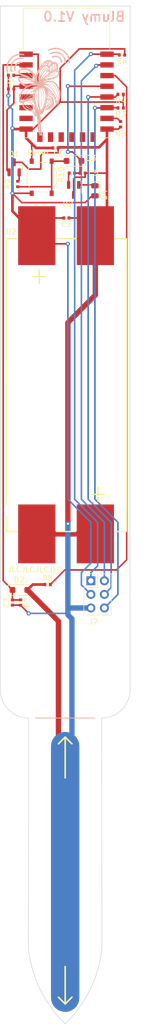
<source format=kicad_pcb>
(kicad_pcb (version 20221018) (generator pcbnew)
  (layers (0 "F.Cu" signal) (31 "B.Cu" signal) (34 "B.Paste" user) (35 "F.Paste" user) (36 "B.SilkS" user "B.Silkscreen") (37 "F.SilkS" user "F.Silkscreen") (38 "B.Mask" user) (39 "F.Mask" user) (44 "Edge.Cuts" user))
  (net 0 "")
  (net 1 "Net-(U1-EN)")
  (net 5 "+3.3V")
  (net 12 "GND")
  (net 13 "/SensorCapV")
  (net 14 "Net-(D3-A)")
  (net 15 "Net-(D4-K)")
  (net 16 "Net-(Q1-B)")
  (net 17 "Net-(Q2-B)")
  (net 18 "/GPIO0")
  (net 19 "/TX")
  (net 20 "/GPIO2")
  (net 21 "/RX")
  (net 22 "/AD0")
  (net 23 "/GPIO4")
  (net 24 "/RST")
  (net 25 "/GPIO15")
  (net 26 "/GPIO5")
  (net 27 "Net-(U2-+-Pad3)")
  (footprint "CustomFootprints:SW_Push_1P1T_XKB_TS-1187A" (layer "F.Cu") (at 136.681 40.212 90)
    (fp_text reference "SW1" hide)
    (fp_text value "Reset")
    (pad "1" smd rect (at -3 -1.875 90) (size 1 0.75) (layers "F.Cu" "F.Paste" "F.Mask") (net 5 "+3.3V"))
    (pad "1" smd rect (at 3 -1.875 90) (size 1 0.75) (layers "F.Cu" "F.Paste" "F.Mask") (net 5 "+3.3V"))
    (pad "2" smd rect (at -3 1.875 90) (size 1 0.75) (layers "F.Cu" "F.Paste" "F.Mask") (net 14 "Net-(D3-A)"))
    (pad "2" smd rect (at 3 1.875 90) (size 1 0.75) (layers "F.Cu" "F.Paste" "F.Mask") (net 14 "Net-(D3-A)"))
  )
  (footprint "LED_SMD:LED_0805_2012Metric" (layer "F.Cu") (at 146.684 42.752 -90)
    (fp_text reference "D4" (at 0.762 -1.778 -90) (layer "F.SilkS"))
    (fp_text value "GREEN")
    (pad "1" smd roundrect (at -0.9375 0 270) (size 0.975 1.4) (layers "F.Cu" "F.Paste" "F.Mask") (net 15 "Net-(D4-K)"))
    (pad "2" smd roundrect (at 0.9375 0 270) (size 0.975 1.4) (layers "F.Cu" "F.Paste" "F.Mask") (net 5 "+3.3V"))
  )
  (footprint "Capacitor_SMD:C_0402_1005Metric" (layer "F.Cu") (at 139.27 34.744 180)
    (fp_text reference "C1" (at -0.556 -1.15) (layer "F.SilkS"))
    (fp_text value "100nF")
    (pad "1" smd roundrect (at -0.48 0 180) (size 0.56 0.62) (layers "F.Cu" "F.Paste" "F.Mask") (net 12 "GND"))
    (pad "2" smd roundrect (at 0.48 0 180) (size 0.56 0.62) (layers "F.Cu" "F.Paste" "F.Mask") (net 5 "+3.3V"))
  )
  (footprint "Resistor_SMD:R_0402_1005Metric" (layer "F.Cu") (at 132.714 119.716 90)
    (fp_text reference "R7" (at 0 1.27 90) (layer "F.SilkS"))
    (fp_text value "1M")
    (pad "1" smd roundrect (at -0.51 0 90) (size 0.54 0.64) (layers "F.Cu" "F.Paste" "F.Mask") (net 12 "GND"))
    (pad "2" smd roundrect (at 0.51 0 90) (size 0.54 0.64) (layers "F.Cu" "F.Paste" "F.Mask") (net 22 "/AD0"))
  )
  (footprint "Resistor_SMD:R_0402_1005Metric" (layer "F.Cu") (at 132.206 41.484 90)
    (fp_text reference "R9" (at 0 -1.8535 90) (layer "F.SilkS"))
    (fp_text value "5.1k")
    (pad "1" smd roundrect (at -0.51 0 90) (size 0.54 0.64) (layers "F.Cu" "F.Paste" "F.Mask") (net 14 "Net-(D3-A)"))
    (pad "2" smd roundrect (at 0.51 0 90) (size 0.54 0.64) (layers "F.Cu" "F.Paste" "F.Mask") (net 16 "Net-(Q1-B)"))
  )
  (footprint "Connector_PinHeader_2.54mm:PinHeader_2x03_P2.54mm_Vertical" (layer "F.Cu") (at 145.922 115.65)
    (fp_text reference "J2" (at 0.508 7.62) (layer "F.SilkS"))
    (fp_text value "Programmer")
    (pad "1" thru_hole rect (at 0 0) (size 1.7 1.7) (drill 1) (layers "*.Cu" "*.Mask") (net 19 "/TX"))
    (pad "2" thru_hole oval (at 2.54 0) (size 1.7 1.7) (drill 1) (layers "*.Cu" "*.Mask") (net 21 "/RX"))
    (pad "3" thru_hole oval (at 0 2.54) (size 1.7 1.7) (drill 1) (layers "*.Cu" "*.Mask") (net 5 "+3.3V"))
    (pad "4" thru_hole oval (at 2.54 2.54) (size 1.7 1.7) (drill 1) (layers "*.Cu" "*.Mask") (net 18 "/GPIO0"))
    (pad "5" thru_hole oval (at 0 5.08) (size 1.7 1.7) (drill 1) (layers "*.Cu" "*.Mask") (net 12 "GND"))
    (pad "6" thru_hole oval (at 2.54 5.08) (size 1.7 1.7) (drill 1) (layers "*.Cu" "*.Mask") (net 20 "/GPIO2"))
  )
  (footprint "Diode_SMD:D_SOD-123F" (layer "F.Cu") (at 132.59 117.363032)
    (fp_text reference "D2" (at -0.127 -1.905) (layer "F.SilkS"))
    (fp_text value "~")
    (pad "1" smd roundrect (at -1.4 0) (size 1.1 1.1) (layers "F.Cu" "F.Paste" "F.Mask") (roundrect_rratio 0.2272727273) (net 22 "/AD0"))
    (pad "2" smd roundrect (at 1.4 0) (size 1.1 1.1) (layers "F.Cu" "F.Paste" "F.Mask") (roundrect_rratio 0.2272727273) (net 13 "/SensorCapV"))
  )
  (footprint "CustomFootprints:BAT-SMD_BH-AAA-B5AA001" (layer "F.Cu") (at 141.262 79.009032 90)
    (fp_text reference "U2" (at 28.637032 -10.326 180) (layer "F.SilkS"))
    (fp_text value "BH-AAA-B5AK001")
    (pad "" np_thru_hole circle (at -23.450089 -10.450013 90) (size 1.900025 1.900025) (drill 1.900025) (layers "*.Cu" "*.Mask"))
    (pad "1" smd rect (at 27.875032 -5.5 90) (size 11.000025 7.000025) (layers "F.Cu" "F.Paste" "F.Mask") (net 5 "+3.3V"))
    (pad "2" smd rect (at -27.875032 -5.5 90) (size 11.000025 7.000025) (layers "F.Cu" "F.Paste" "F.Mask") (net 27 "Net-(U2-+-Pad3)"))
    (pad "3" smd rect (at -27.875032 5.5 90) (size 11.000025 7.000025) (layers "F.Cu" "F.Paste" "F.Mask") (net 27 "Net-(U2-+-Pad3)"))
    (pad "4" smd rect (at 27.875032 5.5 90) (size 11.000025 7.000025) (layers "F.Cu" "F.Paste" "F.Mask") (net 12 "GND"))
  )
  (footprint "Resistor_SMD:R_0402_1005Metric" (layer "F.Cu") (at 151.488 30.306 -90)
    (fp_text reference "R5" (at 1.778 -0.022 -180) (layer "F.SilkS"))
    (fp_text value "10k")
    (pad "1" smd roundrect (at -0.51 0 270) (size 0.54 0.64) (layers "F.Cu" "F.Paste" "F.Mask") (net 25 "/GPIO15"))
    (pad "2" smd roundrect (at 0.51 0 270) (size 0.54 0.64) (layers "F.Cu" "F.Paste" "F.Mask") (net 12 "GND"))
  )
  (footprint "Capacitor_SMD:C_0402_1005Metric" (layer "F.Cu") (at 131.19 119.714 90)
    (fp_text reference "C3" (at -0.054 -1.067032 90) (layer "F.SilkS"))
    (fp_text value "1uF")
    (pad "1" smd roundrect (at -0.48 0 90) (size 0.56 0.62) (layers "F.Cu" "F.Paste" "F.Mask") (net 12 "GND"))
    (pad "2" smd roundrect (at 0.48 0 90) (size 0.56 0.62) (layers "F.Cu" "F.Paste" "F.Mask") (net 22 "/AD0"))
  )
  (footprint "RF_Module:ESP-12E" (layer "F.Cu") (at 141.35 20.712)
    (fp_text reference "U1" hide)
    (fp_text value "ESP-12F")
    (pad "1" smd rect (at -7.6 -3.5) (size 2.5 1) (layers "F.Cu" "F.Paste" "F.Mask") (net 24 "/RST"))
    (pad "2" smd rect (at -7.6 -1.5) (size 2.5 1) (layers "F.Cu" "F.Paste" "F.Mask") (net 22 "/AD0"))
    (pad "3" smd rect (at -7.6 0.5) (size 2.5 1) (layers "F.Cu" "F.Paste" "F.Mask") (net 1 "Net-(U1-EN)"))
    (pad "4" smd rect (at -7.6 2.5) (size 2.5 1) (layers "F.Cu" "F.Paste" "F.Mask") (net 24 "/RST"))
    (pad "5" smd rect (at -7.6 4.5) (size 2.5 1) (layers "F.Cu" "F.Paste" "F.Mask"))
    (pad "6" smd rect (at -7.6 6.5) (size 2.5 1) (layers "F.Cu" "F.Paste" "F.Mask"))
    (pad "7" smd rect (at -7.6 8.5) (size 2.5 1) (layers "F.Cu" "F.Paste" "F.Mask"))
    (pad "8" smd rect (at -7.6 10.5) (size 2.5 1) (layers "F.Cu" "F.Paste" "F.Mask") (net 5 "+3.3V"))
    (pad "9" smd rect (at -5 12) (size 1 1.8) (layers "F.Cu" "F.Paste" "F.Mask"))
    (pad "10" smd rect (at -3 12) (size 1 1.8) (layers "F.Cu" "F.Paste" "F.Mask"))
    (pad "11" smd rect (at -1 12) (size 1 1.8) (layers "F.Cu" "F.Paste" "F.Mask"))
    (pad "12" smd rect (at 1 12) (size 1 1.8) (layers "F.Cu" "F.Paste" "F.Mask"))
    (pad "13" smd rect (at 3 12) (size 1 1.8) (layers "F.Cu" "F.Paste" "F.Mask"))
    (pad "14" smd rect (at 5 12) (size 1 1.8) (layers "F.Cu" "F.Paste" "F.Mask"))
    (pad "15" smd rect (at 7.6 10.5) (size 2.5 1) (layers "F.Cu" "F.Paste" "F.Mask") (net 12 "GND"))
    (pad "16" smd rect (at 7.6 8.5) (size 2.5 1) (layers "F.Cu" "F.Paste" "F.Mask") (net 25 "/GPIO15"))
    (pad "17" smd rect (at 7.6 6.5) (size 2.5 1) (layers "F.Cu" "F.Paste" "F.Mask") (net 20 "/GPIO2"))
    (pad "18" smd rect (at 7.6 4.5) (size 2.5 1) (layers "F.Cu" "F.Paste" "F.Mask") (net 18 "/GPIO0"))
    (pad "19" smd rect (at 7.6 2.5) (size 2.5 1) (layers "F.Cu" "F.Paste" "F.Mask") (net 23 "/GPIO4"))
    (pad "20" smd rect (at 7.6 0.5) (size 2.5 1) (layers "F.Cu" "F.Paste" "F.Mask") (net 26 "/GPIO5"))
    (pad "21" smd rect (at 7.6 -1.5) (size 2.5 1) (layers "F.Cu" "F.Paste" "F.Mask") (net 21 "/RX"))
    (pad "22" smd rect (at 7.6 -3.5) (size 2.5 1) (layers "F.Cu" "F.Paste" "F.Mask") (net 19 "/TX"))
    (zone (net 0) (net_name "") (layers "*.Cu") (connect_pads (clearance 0)) (min_thickness 0.254)
      (keepout (tracks not_allowed) (vias not_allowed) (pads not_allowed) (copperpour not_allowed) (footprints not_allowed))
      (fill (thermal_gap 0.508) (thermal_bridge_width 0.508))
      (polygon (pts (xy 133.23 15.912) (xy 149.47 15.912) (xy 149.47 8.592) (xy 133.23 8.592)))
    )
  )
  (footprint "Resistor_SMD:R_0402_1005Metric" (layer "F.Cu") (at 130.934 21.162)
    (fp_text reference "R2" (at 0 -1.17) (layer "F.SilkS"))
    (fp_text value "10k")
    (pad "1" smd roundrect (at -0.51 0) (size 0.54 0.64) (layers "F.Cu" "F.Paste" "F.Mask") (net 5 "+3.3V"))
    (pad "2" smd roundrect (at 0.51 0) (size 0.54 0.64) (layers "F.Cu" "F.Paste" "F.Mask") (net 1 "Net-(U1-EN)"))
  )
  (footprint "Diode_SMD:D_SOD-123F" (layer "F.Cu") (at 142.75 37.164 180)
    (fp_text reference "D3" (at -3.172 0.508) (layer "F.SilkS"))
    (fp_text value "~")
    (pad "1" smd roundrect (at -1.4 0 180) (size 1.1 1.1) (layers "F.Cu" "F.Paste" "F.Mask") (roundrect_rratio 0.2272727273) (net 23 "/GPIO4"))
    (pad "2" smd roundrect (at 1.4 0 180) (size 1.1 1.1) (layers "F.Cu" "F.Paste" "F.Mask") (roundrect_rratio 0.2272727273) (net 14 "Net-(D3-A)"))
  )
  (footprint "Package_TO_SOT_SMD:SOT-23" (layer "F.Cu") (at 142.686 42.5765 -90)
    (fp_text reference "Q2" (at 2.7155 1.082 -180) (layer "F.SilkS"))
    (fp_text value "NPN")
    (pad "1" smd roundrect (at -0.9375 -0.95 270) (size 1.475 0.6) (layers "F.Cu" "F.Paste" "F.Mask") (net 15 "Net-(D4-K)"))
    (pad "2" smd roundrect (at -0.9375 0.95 270) (size 1.475 0.6) (layers "F.Cu" "F.Paste" "F.Mask") (net 17 "Net-(Q2-B)"))
    (pad "3" smd roundrect (at 0.9375 0 270) (size 1.475 0.6) (layers "F.Cu" "F.Paste" "F.Mask") (net 12 "GND"))
  )
  (footprint "Resistor_SMD:R_0402_1005Metric" (layer "F.Cu") (at 151.762 17.352 180)
    (fp_text reference "R6" (at 0 -1.17) (layer "F.SilkS"))
    (fp_text value "10k")
    (pad "1" smd roundrect (at -0.51 0 180) (size 0.54 0.64) (layers "F.Cu" "F.Paste" "F.Mask") (net 5 "+3.3V"))
    (pad "2" smd roundrect (at 0.51 0 180) (size 0.54 0.64) (layers "F.Cu" "F.Paste" "F.Mask") (net 19 "/TX"))
  )
  (footprint "Resistor_SMD:R_0402_1005Metric" (layer "F.Cu") (at 142.364 39.45 180)
    (fp_text reference "R10" (at 2.03 -0.254 90) (layer "F.SilkS"))
    (fp_text value "100k")
    (pad "1" smd roundrect (at -0.51 0 180) (size 0.54 0.64) (layers "F.Cu" "F.Paste" "F.Mask") (net 23 "/GPIO4"))
    (pad "2" smd roundrect (at 0.51 0 180) (size 0.54 0.64) (layers "F.Cu" "F.Paste" "F.Mask") (net 17 "Net-(Q2-B)"))
  )
  (footprint "Package_TO_SOT_SMD:SOT-23" (layer "F.Cu") (at 131.51 38.3555 90)
    (fp_text reference "Q1" (at 2.4615 -0.066 180) (layer "F.SilkS"))
    (fp_text value "NPN")
    (pad "1" smd roundrect (at -0.9375 -0.95 90) (size 1.475 0.6) (layers "F.Cu" "F.Paste" "F.Mask") (net 24 "/RST"))
    (pad "2" smd roundrect (at -0.9375 0.95 90) (size 1.475 0.6) (layers "F.Cu" "F.Paste" "F.Mask") (net 16 "Net-(Q1-B)"))
    (pad "3" smd roundrect (at 0.9375 0 90) (size 1.475 0.6) (layers "F.Cu" "F.Paste" "F.Mask") (net 12 "GND"))
  )
  (footprint "Resistor_SMD:R_0402_1005Metric" (layer "F.Cu") (at 151.508 24.718 180)
    (fp_text reference "R4" (at 0 -1.17) (layer "F.SilkS"))
    (fp_text value "10k")
    (pad "1" smd roundrect (at -0.51 0 180) (size 0.54 0.64) (layers "F.Cu" "F.Paste" "F.Mask") (net 5 "+3.3V"))
    (pad "2" smd roundrect (at 0.51 0 180) (size 0.54 0.64) (layers "F.Cu" "F.Paste" "F.Mask") (net 18 "/GPIO0"))
  )
  (footprint "Resistor_SMD:R_0402_1005Metric" (layer "F.Cu") (at 137.794 116.347032)
    (fp_text reference "R8" (at 0 -1.17) (layer "F.SilkS"))
    (fp_text value "10k")
    (pad "1" smd roundrect (at -0.51 0) (size 0.54 0.64) (layers "F.Cu" "F.Paste" "F.Mask") (net 13 "/SensorCapV"))
    (pad "2" smd roundrect (at 0.51 0) (size 0.54 0.64) (layers "F.Cu" "F.Paste" "F.Mask") (net 26 "/GPIO5"))
  )
  (footprint "Capacitor_SMD:C_0402_1005Metric" (layer "F.Cu") (at 144.37 39.45)
    (fp_text reference "C5" (at 2.06 0) (layer "F.SilkS"))
    (fp_text value "10uF")
    (pad "1" smd roundrect (at -0.48 0) (size 0.56 0.62) (layers "F.Cu" "F.Paste" "F.Mask") (net 23 "/GPIO4"))
    (pad "2" smd roundrect (at 0.48 0) (size 0.56 0.62) (layers "F.Cu" "F.Paste" "F.Mask") (net 12 "GND"))
  )
  (footprint "Resistor_SMD:R_0402_1005Metric" (layer "F.Cu") (at 151.512 27.258 180)
    (fp_text reference "R3" (at 0 -1.17) (layer "F.SilkS"))
    (fp_text value "10k")
    (pad "1" smd roundrect (at -0.51 0 180) (size 0.54 0.64) (layers "F.Cu" "F.Paste" "F.Mask") (net 5 "+3.3V"))
    (pad "2" smd roundrect (at 0.51 0 180) (size 0.54 0.64) (layers "F.Cu" "F.Paste" "F.Mask") (net 20 "/GPIO2"))
  )
  (footprint "Resistor_SMD:R_0402_1005Metric" (layer "F.Cu") (at 130.95 23.702)
    (fp_text reference "R1" (at 0 -1.17) (layer "F.SilkS"))
    (fp_text value "10k")
    (pad "1" smd roundrect (at -0.51 0) (size 0.54 0.64) (layers "F.Cu" "F.Paste" "F.Mask") (net 5 "+3.3V"))
    (pad "2" smd roundrect (at 0.51 0) (size 0.54 0.64) (layers "F.Cu" "F.Paste" "F.Mask") (net 24 "/RST"))
  )
  (footprint "Capacitor_SMD:C_0402_1005Metric" (layer "F.Cu") (at 141.322 47.832 180)
    (fp_text reference "C2" (at 0 -1.16) (layer "F.SilkS"))
    (fp_text value "10uF")
    (pad "1" smd roundrect (at -0.48 0 180) (size 0.56 0.62) (layers "F.Cu" "F.Paste" "F.Mask") (net 12 "GND"))
    (pad "2" smd roundrect (at 0.48 0 180) (size 0.56 0.62) (layers "F.Cu" "F.Paste" "F.Mask") (net 5 "+3.3V"))
  )
  (footprint "LOGO" (layer "B.Cu") (at 136.016 24.21 180)
    (fp_text reference "G***" hide)
    (fp_text value "LOGO" hide)
  )
  (gr_line (start 135.508 141.304) (end 146.684 141.304) (stroke (width 0.15)) (layer "B.SilkS"))
  (gr_line (start 135.508 141.304) (end 146.684 141.304) (stroke (width 0.15)) (layer "F.SilkS"))
  (gr_line (start 141.096 187.77) (end 141.096 194.755) (stroke (width 0.3048)) (layer "F.SilkS"))
  (gr_line (start 141.096 152.48) (end 141.096 144.86) (stroke (width 0.3048)) (layer "F.SilkS"))
  (gr_line (start 141.096 144.86) (end 139.826 146.13) (stroke (width 0.3048)) (layer "F.SilkS"))
  (gr_line (start 141.096 194.755) (end 139.826 193.485) (stroke (width 0.3048)) (layer "F.SilkS"))
  (gr_line (start 141.096 144.86) (end 142.366 146.13) (stroke (width 0.3048)) (layer "F.SilkS"))
  (gr_line (start 141.096 194.755) (end 142.366 193.485) (stroke (width 0.3048)) (layer "F.SilkS"))
  (gr_line (start 128.904 8.208) (end 128.904 135.97) (stroke (width 0.1)) (layer "Edge.Cuts"))
  (gr_arc (start 141.096 198.454) (mid 136.400677 192.013141) (end 134.19142 184.354819) (stroke (width 0.1)) (layer "Edge.Cuts"))
  (gr_line (start 153.288 8.208) (end 153.288 135.97) (stroke (width 0.1)) (layer "Edge.Cuts"))
  (gr_arc (start 134.238 141.304) (mid 130.466292 139.741708) (end 128.904 135.97) (stroke (width 0.1)) (layer "Edge.Cuts"))
  (gr_arc (start 148.00058 184.354819) (mid 145.791324 192.013142) (end 141.096 198.454) (stroke (width 0.1)) (layer "Edge.Cuts"))
  (gr_arc (start 153.288 135.97) (mid 151.725708 139.741708) (end 147.954 141.304) (stroke (width 0.1)) (layer "Edge.Cuts"))
  (gr_line (start 153.288 8.208) (end 128.904 8.208) (stroke (width 0.1)) (layer "Edge.Cuts"))
  (gr_line (start 134.19142 184.354819) (end 134.238 141.304) (stroke (width 0.1)) (layer "Edge.Cuts"))
  (gr_line (start 148.00058 184.354819) (end 147.954 141.304) (stroke (width 0.1)) (layer "Edge.Cuts"))
  (gr_text "Blumy V1.0" (at 152.526 11.256) (layer "B.SilkS") (effects (font (size 1.8 1.8) (thickness 0.3) bold) (justify left bottom mirror)))
  (gr_text "Reset" (at 136.016 35.64) (layer "F.SilkS") (effects (font (size 1 1))))
  (gr_text "JLCJLCJLCJLC" (at 130.174 114.126) (layer "F.SilkS") (effects (font (size 1 1)) (justify left bottom)))
  (segment (start 131.444 21.162) (end 133.7 21.162) (width 0.3) (layer "F.Cu") (net 1))
  (segment (start 133.7 21.162) (end 133.75 21.212) (width 0.3) (layer "F.Cu") (net 1))
  (segment (start 140.842 47.832) (end 139.064 47.832) (width 0.3) (layer "F.Cu") (net 5))
  (segment (start 131.19 31.068) (end 131.334 31.212) (width 0.5) (layer "F.Cu") (net 5))
  (segment (start 133.75 32.866) (end 133.75 31.212) (width 0.5) (layer "F.Cu") (net 5))
  (segment (start 140.162 26.16) (end 140.162 19.81) (width 0.3) (layer "F.Cu") (net 5))
  (segment (start 131.19 43.212) (end 134.806 43.212) (width 0.3) (layer "F.Cu") (net 5))
  (segment (start 131.334 31.212) (end 133.75 31.212) (width 0.5) (layer "F.Cu") (net 5))
  (segment (start 152.02 26.16) (end 140.162 26.16) (width 0.3) (layer "F.Cu") (net 5))
  (segment (start 143.752 16.22) (end 152.272 16.22) (width 0.3) (layer "F.Cu") (net 5))
  (segment (start 146.684 43.6895) (end 146.1275 43.6895) (width 0.3) (layer "F.Cu") (net 5))
  (segment (start 140.162 26.16) (end 135.11 31.212) (width 0.3) (layer "F.Cu") (net 5))
  (segment (start 130.428 24.972) (end 130.44 24.96) (width 0.3) (layer "F.Cu") (net 5))
  (segment (start 134.806 37.212) (end 134.806 33.922) (width 0.3) (layer "F.Cu") (net 5))
  (segment (start 132.9305 44.9525) (end 131.19 43.212) (width 0.3) (layer "F.Cu") (net 5))
  (segment (start 131.19 43.212) (end 131.19 46.562) (width 0.5) (layer "F.Cu") (net 5))
  (segment (start 135.628 34.744) (end 134.746 33.862) (width 0.5) (layer "F.Cu") (net 5))
  (segment (start 130.44 21.178) (end 130.424 21.162) (width 0.3) (layer "F.Cu") (net 5))
  (segment (start 134.746 33.862) (end 133.75 32.866) (width 0.5) (layer "F.Cu") (net 5))
  (segment (start 152.272 16.22) (end 152.272 17.352) (width 0.3) (layer "F.Cu") (net 5))
  (segment (start 135.11 31.212) (end 133.75 31.212) (width 0.3) (layer "F.Cu") (net 5))
  (segment (start 137.286 52.658) (end 135.762 51.134) (width 0.3) (layer "F.Cu") (net 5))
  (segment (start 139.064 47.832) (end 135.762 51.134) (width 0.3) (layer "F.Cu") (net 5))
  (segment (start 146.1275 43.6895) (end 144.8645 44.9525) (width 0.3) (layer "F.Cu") (net 5))
  (segment (start 140.162 19.81) (end 143.752 16.22) (width 0.3) (layer "F.Cu") (net 5))
  (segment (start 131.19 46.562) (end 135.762 51.134) (width 0.5) (layer "F.Cu") (net 5))
  (segment (start 130.44 24.96) (end 130.44 21.178) (width 0.3) (layer "F.Cu") (net 5))
  (segment (start 152.02 26.16) (end 152.02 27.256) (width 0.3) (layer "F.Cu") (net 5))
  (segment (start 152.018 24.718) (end 152.018 26.158) (width 0.3) (layer "F.Cu") (net 5))
  (segment (start 141.604 52.658) (end 137.286 52.658) (width 0.3) (layer "F.Cu") (net 5))
  (segment (start 144.8645 44.9525) (end 132.9305 44.9525) (width 0.3) (layer "F.Cu") (net 5))
  (segment (start 134.806 33.922) (end 134.746 33.862) (width 0.3) (layer "F.Cu") (net 5))
  (segment (start 138.79 34.744) (end 135.628 34.744) (width 0.5) (layer "F.Cu") (net 5))
  (via (at 141.604 52.658) (size 0.8) (drill 0.4) (layers "F.Cu" "B.Cu") (net 5))
  (via (at 131.19 31.068) (size 0.8) (drill 0.4) (layers "F.Cu" "B.Cu") (net 5))
  (via (at 130.428 24.972) (size 0.8) (drill 0.4) (layers "F.Cu" "B.Cu") (net 5))
  (via (at 131.19 43.212) (size 0.8) (drill 0.4) (layers "F.Cu" "B.Cu") (net 5))
  (segment (start 141.604 52.658) (end 141.604 100.41) (width 0.3) (layer "B.Cu") (net 5))
  (segment (start 144.144 116.412) (end 145.922 118.19) (width 0.3) (layer "B.Cu") (net 5))
  (segment (start 144.144 114.126) (end 144.144 116.412) (width 0.3) (layer "B.Cu") (net 5))
  (segment (start 145.922 104.728) (end 145.922 112.348) (width 0.3) (layer "B.Cu") (net 5))
  (segment (start 141.604 100.41) (end 145.922 104.728) (width 0.3) (layer "B.Cu") (net 5))
  (segment (start 130.428 26.75) (end 131.19 27.512) (width 0.3) (layer "B.Cu") (net 5))
  (segment (start 131.19 31.068) (end 131.19 43.212) (width 0.5) (layer "B.Cu") (net 5))
  (segment (start 131.19 27.512) (end 131.19 31.068) (width 0.3) (layer "B.Cu") (net 5))
  (segment (start 130.428 24.972) (end 130.428 26.75) (width 0.3) (layer "B.Cu") (net 5))
  (segment (start 145.922 112.348) (end 144.144 114.126) (width 0.3) (layer "B.Cu") (net 5))
  (segment (start 134.238 121.746) (end 132.718 120.226) (width 0.3) (layer "F.Cu") (net 12))
  (segment (start 146.762 62.232) (end 146.762 51.134) (width 1) (layer "F.Cu") (net 12))
  (segment (start 141.604 67.39) (end 146.762 62.232) (width 1) (layer "F.Cu") (net 12))
  (segment (start 139.75 34.744) (end 139.87 34.624) (width 0.5) (layer "F.Cu") (net 12))
  (segment (start 148.95 33.12) (end 148.95 31.212) (width 0.5) (layer "F.Cu") (net 12))
  (segment (start 141.604 104.982) (end 141.604 67.39) (width 1) (layer "F.Cu") (net 12))
  (segment (start 132.968 37.418) (end 134.238 38.688) (width 0.3) (layer "F.Cu") (net 12))
  (segment (start 146.762 51.134) (end 148.95 48.946) (width 0.5) (layer "F.Cu") (net 12))
  (segment (start 136.524 38.688) (end 136.524 36.148) (width 0.3) (layer "F.Cu") (net 12))
  (segment (start 141.802 47.832) (end 143.46 47.832) (width 0.3) (layer "F.Cu") (net 12))
  (segment (start 151.488 30.816) (end 151.488 30.836) (width 0.3) (layer "F.Cu") (net 12))
  (segment (start 139.75 35.64) (end 139.75 34.744) (width 0.3) (layer "F.Cu") (net 12))
  (segment (start 143.036 40.212) (end 144.85 40.212) (width 0.3) (layer "F.Cu") (net 12))
  (segment (start 147.446 34.624) (end 148.95 33.12) (width 0.5) (layer "F.Cu") (net 12))
  (segment (start 137.032 35.64) (end 139.75 35.64) (width 0.3) (layer "F.Cu") (net 12))
  (segment (start 131.51 37.418) (end 132.968 37.418) (width 0.3) (layer "F.Cu") (net 12))
  (segment (start 151.112 31.212) (end 148.95 31.212) (width 0.3) (layer "F.Cu") (net 12))
  (segment (start 142.686 43.865) (end 142.686 40.562) (width 0.3) (layer "F.Cu") (net 12))
  (segment (start 144.85 40.212) (end 144.85 39.45) (width 0.3) (layer "F.Cu") (net 12))
  (segment (start 132.682 120.194) (end 132.714 120.226) (width 0.3) (layer "F.Cu") (net 12))
  (segment (start 142.686 40.562) (end 143.036 40.212) (width 0.3) (layer "F.Cu") (net 12))
  (segment (start 151.488 30.836) (end 151.112 31.212) (width 0.3) (layer "F.Cu") (net 12))
  (segment (start 143.46 47.832) (end 146.762 51.134) (width 0.3) (layer "F.Cu") (net 12))
  (segment (start 134.238 38.688) (end 136.524 38.688) (width 0.3) (layer "F.Cu") (net 12))
  (segment (start 139.87 34.624) (end 147.446 34.624) (width 0.5) (layer "F.Cu") (net 12))
  (segment (start 132.718 120.226) (end 132.714 120.226) (width 0.3) (layer "F.Cu") (net 12))
  (segment (start 144.85 39.45) (end 148.95 39.45) (width 0.3) (layer "F.Cu") (net 12))
  (segment (start 148.95 39.45) (end 148.95 31.212) (width 0.5) (layer "F.Cu") (net 12))
  (segment (start 148.95 48.946) (end 148.95 39.45) (width 0.5) (layer "F.Cu") (net 12))
  (segment (start 136.524 36.148) (end 137.032 35.64) (width 0.3) (layer "F.Cu") (net 12))
  (segment (start 131.19 120.194) (end 132.682 120.194) (width 0.3) (layer "F.Cu") (net 12))
  (via (at 134.238 121.746) (size 0.8) (drill 0.4) (layers "F.Cu" "B.Cu") (net 12))
  (via (at 141.604 104.982) (size 0.8) (drill 0.4) (layers "F.Cu" "B.Cu") (net 12))
  (segment (start 141.604 120.73) (end 145.922 120.73) (width 1) (layer "B.Cu") (net 12))
  (segment (start 141.604 122) (end 141.604 120.73) (width 1) (layer "B.Cu") (net 12))
  (segment (start 142.366 122.762) (end 141.604 122) (width 1) (layer "B.Cu") (net 12))
  (segment (start 134.238 121.746) (end 141.604 121.746) (width 0.3) (layer "B.Cu") (net 12))
  (segment (start 142.366 144.352) (end 142.366 122.762) (width 1) (layer "B.Cu") (net 12))
  (segment (start 141.604 120.73) (end 141.604 104.982) (width 1) (layer "B.Cu") (net 12))
  (segment (start 141.096 145.622) (end 142.366 144.352) (width 1) (layer "B.Cu") (net 12))
  (segment (start 139.826 144.352) (end 139.826 123.199032) (width 1) (layer "F.Cu") (net 13))
  (segment (start 139.826 123.199032) (end 133.99 117.363032) (width 1) (layer "F.Cu") (net 13))
  (segment (start 135.006 116.347032) (end 133.99 117.363032) (width 0.5) (layer "F.Cu") (net 13))
  (segment (start 137.284 116.347032) (end 135.006 116.347032) (width 0.5) (layer "F.Cu") (net 13))
  (segment (start 141.096 145.622) (end 139.826 144.352) (width 1) (layer "F.Cu") (net 13))
  (segment (start 141.302 37.212) (end 141.35 37.164) (width 0.3) (layer "F.Cu") (net 14))
  (segment (start 138.556 37.212) (end 141.302 37.212) (width 0.3) (layer "F.Cu") (net 14))
  (segment (start 138.556 41.99) (end 138.556 37.212) (width 0.3) (layer "F.Cu") (net 14))
  (segment (start 138.556 43.212) (end 138.556 41.99) (width 0.3) (layer "F.Cu") (net 14))
  (segment (start 132.206 41.994) (end 138.552 41.994) (width 0.3) (layer "F.Cu") (net 14))
  (segment (start 138.552 41.994) (end 138.556 41.99) (width 0.3) (layer "F.Cu") (net 14))
  (segment (start 146.5085 41.639) (end 146.684 41.8145) (width 0.3) (layer "F.Cu") (net 15))
  (segment (start 143.636 41.639) (end 146.5085 41.639) (width 0.3) (layer "F.Cu") (net 15))
  (segment (start 132.46 39.293) (end 132.46 40.72) (width 0.3) (layer "F.Cu") (net 16))
  (segment (start 132.46 40.72) (end 132.206 40.974) (width 0.3) (layer "F.Cu") (net 16))
  (segment (start 141.736 39.568) (end 141.854 39.45) (width 0.3) (layer "F.Cu") (net 17))
  (segment (start 141.736 41.99) (end 141.736 39.568) (width 0.3) (layer "F.Cu") (net 17))
  (segment (start 145.414 25.226) (end 145.428 25.212) (width 0.3) (layer "F.Cu") (net 18))
  (segment (start 150.496 25.22) (end 148.958 25.22) (width 0.3) (layer "F.Cu") (net 18))
  (segment (start 145.428 25.212) (end 148.95 25.212) (width 0.3) (layer "F.Cu") (net 18))
  (segment (start 150.998 24.718) (end 150.496 25.22) (width 0.3) (layer "F.Cu") (net 18))
  (segment (start 148.958 25.22) (end 148.95 25.212) (width 0.3) (layer "F.Cu") (net 18))
  (via (at 145.414 25.226) (size 0.8) (drill 0.4) (layers "F.Cu" "B.Cu") (net 18))
  (segment (start 145.414 25.226) (end 145.414 100.41) (width 0.3) (layer "B.Cu") (net 18))
  (segment (start 149.732 104.728) (end 149.732 116.92) (width 0.3) (layer "B.Cu") (net 18))
  (segment (start 149.732 116.92) (end 148.462 118.19) (width 0.3) (layer "B.Cu") (net 18))
  (segment (start 145.414 100.41) (end 149.732 104.728) (width 0.3) (layer "B.Cu") (net 18))
  (segment (start 145.922 17.177977) (end 145.956023 17.212) (width 0.3) (layer "F.Cu") (net 19))
  (segment (start 145.956023 17.212) (end 148.95 17.212) (width 0.3) (layer "F.Cu") (net 19))
  (segment (start 151.112 17.212) (end 151.252 17.352) (width 0.3) (layer "F.Cu") (net 19))
  (segment (start 148.95 17.212) (end 151.112 17.212) (width 0.3) (layer "F.Cu") (net 19))
  (via (at 145.922 17.177977) (size 0.8) (drill 0.4) (layers "F.Cu" "B.Cu") (net 19))
  (segment (start 147.192 104.728) (end 147.192 112.856) (width 0.3) (layer "B.Cu") (net 19))
  (segment (start 147.192 112.856) (end 145.922 114.126) (width 0.3) (layer "B.Cu") (net 19))
  (segment (start 142.874 20.225977) (end 142.874 100.41) (width 0.3) (layer "B.Cu") (net 19))
  (segment (start 142.874 100.41) (end 147.192 104.728) (width 0.3) (layer "B.Cu") (net 19))
  (segment (start 145.922 114.126) (end 145.922 115.65) (width 0.3) (layer "B.Cu") (net 19))
  (segment (start 145.922 17.177977) (end 142.874 20.225977) (width 0.3) (layer "B.Cu") (net 19))
  (segment (start 146.684 27.258) (end 148.904 27.258) (width 0.3) (layer "F.Cu") (net 20))
  (segment (start 148.95 27.212) (end 150.956 27.212) (width 0.3) (layer "F.Cu") (net 20))
  (segment (start 150.956 27.212) (end 151.002 27.258) (width 0.3) (layer "F.Cu") (net 20))
  (segment (start 148.904 27.258) (end 148.95 27.212) (width 0.3) (layer "F.Cu") (net 20))
  (via (at 146.684 27.258) (size 0.8) (drill 0.4) (layers "F.Cu" "B.Cu") (net 20))
  (segment (start 146.684 100.41) (end 151.002 104.728) (width 0.3) (layer "B.Cu") (net 20))
  (segment (start 146.684 27.258) (end 146.684 100.41) (width 0.3) (layer "B.Cu") (net 20))
  (segment (start 151.002 118.19) (end 148.462 120.73) (width 0.3) (layer "B.Cu") (net 20))
  (segment (start 151.002 104.728) (end 151.002 118.19) (width 0.3) (layer "B.Cu") (net 20))
  (segment (start 148.95 19.212) (end 147.11 19.212) (width 0.3) (layer "F.Cu") (net 21))
  (segment (start 147.11 19.212) (end 146.938 19.384) (width 0.3) (layer "F.Cu") (net 21))
  (via (at 146.938 19.384) (size 0.8) (drill 0.4) (layers "F.Cu" "B.Cu") (net 21))
  (segment (start 146.938 19.384) (end 144.144 22.178) (width 0.3) (layer "B.Cu") (net 21))
  (segment (start 144.144 22.178) (end 144.144 100.41) (width 0.3) (layer "B.Cu") (net 21))
  (segment (start 144.144 100.41) (end 148.462 104.728) (width 0.3) (layer "B.Cu") (net 21))
  (segment (start 148.462 104.728) (end 148.462 115.65) (width 0.3) (layer "B.Cu") (net 21))
  (segment (start 129.457974 19.212) (end 129.457974 115.631006) (width 0.3) (layer "F.Cu") (net 22))
  (segment (start 131.19 117.363032) (end 131.19 119.234) (width 0.3) (layer "F.Cu") (net 22))
  (segment (start 133.75 19.212) (end 129.457974 19.212) (width 0.3) (layer "F.Cu") (net 22))
  (segment (start 129.457974 115.631006) (end 131.19 117.363032) (width 0.3) (layer "F.Cu") (net 22))
  (segment (start 131.19 119.234) (end 132.686 119.234) (width 0.3) (layer "F.Cu") (net 22))
  (segment (start 132.686 119.234) (end 132.714 119.206) (width 0.3) (layer "F.Cu") (net 22))
  (segment (start 142.874 39.45) (end 143.89 39.45) (width 0.3) (layer "F.Cu") (net 23))
  (segment (start 144.15 37.164) (end 143.89 37.424) (width 0.3) (layer "F.Cu") (net 23))
  (segment (start 141.604 35.4735) (end 142.4595 35.4735) (width 0.3) (layer "F.Cu") (net 23))
  (segment (start 143.89 37.424) (end 143.89 39.45) (width 0.3) (layer "F.Cu") (net 23))
  (segment (start 142.4595 35.4735) (end 144.15 37.164) (width 0.3) (layer "F.Cu") (net 23))
  (segment (start 141.622 23.212) (end 148.95 23.212) (width 0.3) (layer "F.Cu") (net 23))
  (segment (start 141.604 23.194) (end 141.622 23.212) (width 0.3) (layer "F.Cu") (net 23))
  (via (at 141.604 35.4735) (size 0.8) (drill 0.4) (layers "F.Cu" "B.Cu") (net 23))
  (via (at 141.604 23.194) (size 0.8) (drill 0.4) (layers "F.Cu" "B.Cu") (net 23))
  (segment (start 141.604 35.4735) (end 141.604 23.194) (width 0.3) (layer "B.Cu") (net 23))
  (segment (start 130.174 27.639) (end 130.174 38.907) (width 0.3) (layer "F.Cu") (net 24))
  (segment (start 133.75 23.212) (end 131.46 23.212) (width 0.3) (layer "F.Cu") (net 24))
  (segment (start 136.016 23.212) (end 133.75 23.212) (width 0.3) (layer "F.Cu") (net 24))
  (segment (start 130.174 38.907) (end 130.56 39.293) (width 0.3) (layer "F.Cu") (net 24))
  (segment (start 133.75 17.212) (end 136.016 17.212) (width 0.3) (layer "F.Cu") (net 24))
  (segment (start 131.46 26.353) (end 130.174 27.639) (width 0.3) (layer "F.Cu") (net 24))
  (segment (start 131.46 23.212) (end 131.46 23.702) (width 0.3) (layer "F.Cu") (net 24))
  (segment (start 136.016 17.212) (end 136.016 23.212) (width 0.3) (layer "F.Cu") (net 24))
  (segment (start 131.46 23.702) (end 131.46 26.353) (width 0.3) (layer "F.Cu") (net 24))
  (segment (start 150.904 29.212) (end 151.488 29.796) (width 0.3) (layer "F.Cu") (net 25))
  (segment (start 148.95 29.212) (end 150.904 29.212) (width 0.3) (layer "F.Cu") (net 25))
  (segment (start 150.748 113.618) (end 141.033032 113.618) (width 0.3) (layer "F.Cu") (net 26))
  (segment (start 141.033032 113.618) (end 138.304 116.347032) (width 0.3) (layer "F.Cu") (net 26))
  (segment (start 152.642 23.351) (end 152.642 111.724) (width 0.3) (layer "F.Cu") (net 26))
  (segment (start 152.642 111.724) (end 150.748 113.618) (width 0.3) (layer "F.Cu") (net 26))
  (segment (start 150.503 21.212) (end 152.642 23.351) (width 0.3) (layer "F.Cu") (net 26))
  (segment (start 148.95 21.212) (end 150.503 21.212) (width 0.3) (layer "F.Cu") (net 26))
  (segment (start 135.762 106.884064) (end 146.762 106.884064) (width 1) (layer "F.Cu") (net 27))
  (zone (net 13) (net_name "/SensorCapV") (layer "F.Cu") (priority 6) (connect_pads yes (clearance 0)) (min_thickness 0.127) (fill yes (thermal_gap 0.5) (thermal_bridge_width 0.5) (island_removal_mode 1) (island_area_min 10))
    (polygon (pts (xy 143.762768 193.569284) (xy 143.744249 193.875447) (xy 143.742401 193.890672) (xy 143.687112 194.192371) (xy 143.683442 194.207261) (xy 143.592191 194.500095) (xy 143.586752 194.514434) (xy 143.460869 194.794135) (xy 143.453742 194.807715) (xy 143.295063 195.070202) (xy 143.286351 195.082823) (xy 143.097189 195.324271) (xy 143.08702 195.335751) (xy 142.870135 195.552636) (xy 142.858655 195.562805) (xy 142.617207 195.751967) (xy 142.604586 195.760679) (xy 142.342099 195.919358) (xy 142.328519 195.926485) (xy 142.048818 196.052368) (xy 142.034479 196.057807) (xy 141.741645 196.149058) (xy 141.726755 196.152728) (xy 141.425056 196.208017) (xy 141.409831 196.209865) (xy 141.103668 196.228384) (xy 141.088332 196.228384) (xy 140.782169 196.209865) (xy 140.766944 196.208017) (xy 140.465245 196.152728) (xy 140.450355 196.149058) (xy 140.157521 196.057807) (xy 140.143182 196.052368) (xy 139.863481 195.926485) (xy 139.849901 195.919358) (xy 139.587414 195.760679) (xy 139.574793 195.751967) (xy 139.333345 195.562805) (xy 139.321865 195.552636) (xy 139.10498 195.335751) (xy 139.094811 195.324271) (xy 138.905649 195.082823) (xy 138.896937 195.070202) (xy 138.738258 194.807715) (xy 138.731131 194.794135) (xy 138.605248 194.514434) (xy 138.599809 194.500095) (xy 138.508558 194.207261) (xy 138.504888 194.192371) (xy 138.449599 193.890672) (xy 138.447751 193.875447) (xy 138.429232 193.569284) (xy 138.429 193.561616) (xy 138.429 146.571616) (xy 138.429232 146.563948) (xy 138.447751 146.257785) (xy 138.449599 146.24256) (xy 138.504888 145.940861) (xy 138.508558 145.925971) (xy 138.599809 145.633137) (xy 138.605248 145.618798) (xy 138.731131 145.339097) (xy 138.738258 145.325517) (xy 138.896937 145.06303) (xy 138.905649 145.050409) (xy 139.094811 144.808961) (xy 139.10498 144.797481) (xy 139.321865 144.580596) (xy 139.333345 144.570427) (xy 139.574793 144.381265) (xy 139.587414 144.372553) (xy 139.849901 144.213874) (xy 139.863481 144.206747) (xy 140.143182 144.080864) (xy 140.157521 144.075425) (xy 140.450355 143.984174) (xy 140.465245 143.980504) (xy 140.766944 143.925215) (xy 140.782169 143.923367) (xy 141.088332 143.904848) (xy 141.103668 143.904848) (xy 141.409831 143.923367) (xy 141.425056 143.925215) (xy 141.726755 143.980504) (xy 141.741645 143.984174) (xy 142.034479 144.075425) (xy 142.048818 144.080864) (xy 142.328519 144.206747) (xy 142.342099 144.213874) (xy 142.604586 144.372553) (xy 142.617207 144.381265) (xy 142.858655 144.570427) (xy 142.870135 144.580596) (xy 143.08702 144.797481) (xy 143.097189 144.808961) (xy 143.286351 145.050409) (xy 143.295063 145.06303) (xy 143.453742 145.325517) (xy 143.460869 145.339097) (xy 143.586752 145.618798) (xy 143.592191 145.633137) (xy 143.683442 145.925971) (xy 143.687112 145.940861) (xy 143.742401 146.24256) (xy 143.744249 146.257785) (xy 143.762768 146.563948) (xy 143.763 146.571616) (xy 143.763 193.561616)))
  )
  (zone (net 12) (net_name "GND") (layer "B.Cu") (priority 6) (connect_pads yes (clearance 0)) (min_thickness 0.127) (fill yes (thermal_gap 0.5) (thermal_bridge_width 0.5) (island_removal_mode 1) (island_area_min 10))
    (polygon (pts (xy 138.429232 193.569284) (xy 138.447751 193.875447) (xy 138.449599 193.890672) (xy 138.504888 194.192371) (xy 138.508558 194.207261) (xy 138.599809 194.500095) (xy 138.605248 194.514434) (xy 138.731131 194.794135) (xy 138.738258 194.807715) (xy 138.896937 195.070202) (xy 138.905649 195.082823) (xy 139.094811 195.324271) (xy 139.10498 195.335751) (xy 139.321865 195.552636) (xy 139.333345 195.562805) (xy 139.574793 195.751967) (xy 139.587414 195.760679) (xy 139.849901 195.919358) (xy 139.863481 195.926485) (xy 140.143182 196.052368) (xy 140.157521 196.057807) (xy 140.450355 196.149058) (xy 140.465245 196.152728) (xy 140.766944 196.208017) (xy 140.782169 196.209865) (xy 141.088332 196.228384) (xy 141.103668 196.228384) (xy 141.409831 196.209865) (xy 141.425056 196.208017) (xy 141.726755 196.152728) (xy 141.741645 196.149058) (xy 142.034479 196.057807) (xy 142.048818 196.052368) (xy 142.328519 195.926485) (xy 142.342099 195.919358) (xy 142.604586 195.760679) (xy 142.617207 195.751967) (xy 142.858655 195.562805) (xy 142.870135 195.552636) (xy 143.08702 195.335751) (xy 143.097189 195.324271) (xy 143.286351 195.082823) (xy 143.295063 195.070202) (xy 143.453742 194.807715) (xy 143.460869 194.794135) (xy 143.586752 194.514434) (xy 143.592191 194.500095) (xy 143.683442 194.207261) (xy 143.687112 194.192371) (xy 143.742401 193.890672) (xy 143.744249 193.875447) (xy 143.762768 193.569284) (xy 143.763 193.561616) (xy 143.763 146.571616) (xy 143.762768 146.563948) (xy 143.744249 146.257785) (xy 143.742401 146.24256) (xy 143.687112 145.940861) (xy 143.683442 145.925971) (xy 143.592191 145.633137) (xy 143.586752 145.618798) (xy 143.460869 145.339097) (xy 143.453742 145.325517) (xy 143.295063 145.06303) (xy 143.286351 145.050409) (xy 143.097189 144.808961) (xy 143.08702 144.797481) (xy 142.870135 144.580596) (xy 142.858655 144.570427) (xy 142.617207 144.381265) (xy 142.604586 144.372553) (xy 142.342099 144.213874) (xy 142.328519 144.206747) (xy 142.048818 144.080864) (xy 142.034479 144.075425) (xy 141.741645 143.984174) (xy 141.726755 143.980504) (xy 141.425056 143.925215) (xy 141.409831 143.923367) (xy 141.103668 143.904848) (xy 141.088332 143.904848) (xy 140.782169 143.923367) (xy 140.766944 143.925215) (xy 140.465245 143.980504) (xy 140.450355 143.984174) (xy 140.157521 144.075425) (xy 140.143182 144.080864) (xy 139.863481 144.206747) (xy 139.849901 144.213874) (xy 139.587414 144.372553) (xy 139.574793 144.381265) (xy 139.333345 144.570427) (xy 139.321865 144.580596) (xy 139.10498 144.797481) (xy 139.094811 144.808961) (xy 138.905649 145.050409) (xy 138.896937 145.06303) (xy 138.738258 145.325517) (xy 138.731131 145.339097) (xy 138.605248 145.618798) (xy 138.599809 145.633137) (xy 138.508558 145.925971) (xy 138.504888 145.940861) (xy 138.449599 146.24256) (xy 138.447751 146.257785) (xy 138.429232 146.563948) (xy 138.429 146.571616) (xy 138.429 193.561616)))
  )
)
</source>
